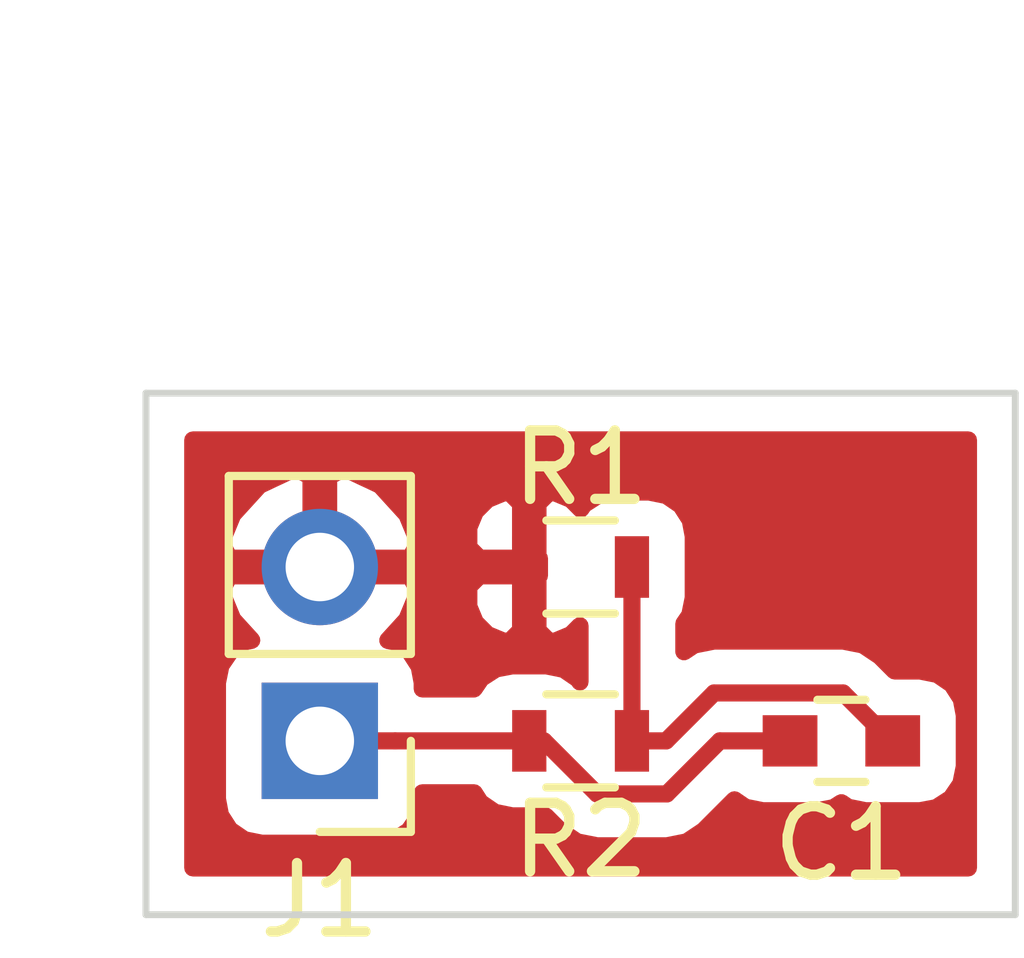
<source format=kicad_pcb>
(kicad_pcb (version 4) (host pcbnew 4.0.7+dfsg1-1)

  (general
    (links 5)
    (no_connects 0)
    (area 139.649999 101.549999 152.450001 109.270001)
    (thickness 1.6)
    (drawings 5)
    (tracks 14)
    (zones 0)
    (modules 4)
    (nets 4)
  )

  (page A4)
  (layers
    (0 F.Cu signal)
    (31 B.Cu signal)
    (32 B.Adhes user)
    (33 F.Adhes user)
    (34 B.Paste user)
    (35 F.Paste user)
    (36 B.SilkS user)
    (37 F.SilkS user)
    (38 B.Mask user)
    (39 F.Mask user)
    (40 Dwgs.User user)
    (41 Cmts.User user)
    (42 Eco1.User user)
    (43 Eco2.User user)
    (44 Edge.Cuts user)
    (45 Margin user)
    (46 B.CrtYd user)
    (47 F.CrtYd user)
    (48 B.Fab user)
    (49 F.Fab user)
  )

  (setup
    (last_trace_width 0.25)
    (trace_clearance 0.2)
    (zone_clearance 0.508)
    (zone_45_only no)
    (trace_min 0.2)
    (segment_width 0.2)
    (edge_width 0.2)
    (via_size 0.6)
    (via_drill 0.4)
    (via_min_size 0.4)
    (via_min_drill 0.3)
    (uvia_size 0.3)
    (uvia_drill 0.1)
    (uvias_allowed no)
    (uvia_min_size 0.2)
    (uvia_min_drill 0.1)
    (pcb_text_width 0.3)
    (pcb_text_size 1.5 1.5)
    (mod_edge_width 0.15)
    (mod_text_size 1 1)
    (mod_text_width 0.15)
    (pad_size 1.524 1.524)
    (pad_drill 0.762)
    (pad_to_mask_clearance 0.2)
    (aux_axis_origin 0 0)
    (visible_elements FFFFFF7F)
    (pcbplotparams
      (layerselection 0x00030_80000001)
      (usegerberextensions false)
      (excludeedgelayer true)
      (linewidth 0.100000)
      (plotframeref false)
      (viasonmask false)
      (mode 1)
      (useauxorigin false)
      (hpglpennumber 1)
      (hpglpenspeed 20)
      (hpglpendiameter 15)
      (hpglpenoverlay 2)
      (psnegative false)
      (psa4output false)
      (plotreference true)
      (plotvalue true)
      (plotinvisibletext false)
      (padsonsilk false)
      (subtractmaskfromsilk false)
      (outputformat 1)
      (mirror false)
      (drillshape 1)
      (scaleselection 1)
      (outputdirectory ""))
  )

  (net 0 "")
  (net 1 "Net-(C1-Pad1)")
  (net 2 "Net-(J1-Pad2)")
  (net 3 GND)

  (net_class Default "This is the default net class."
    (clearance 0.2)
    (trace_width 0.25)
    (via_dia 0.6)
    (via_drill 0.4)
    (uvia_dia 0.3)
    (uvia_drill 0.1)
    (add_net GND)
    (add_net "Net-(C1-Pad1)")
    (add_net "Net-(J1-Pad2)")
  )

  (module Capacitors_SMD:C_0603 (layer F.Cu) (tedit 59958EE7) (tstamp 5A29152D)
    (at 149.86 106.68 180)
    (descr "Capacitor SMD 0603, reflow soldering, AVX (see smccp.pdf)")
    (tags "capacitor 0603")
    (path /5A2915AE)
    (attr smd)
    (fp_text reference C1 (at 0 -1.5 180) (layer F.SilkS)
      (effects (font (size 1 1) (thickness 0.15)))
    )
    (fp_text value C (at 0 1.5 180) (layer F.Fab)
      (effects (font (size 1 1) (thickness 0.15)))
    )
    (fp_line (start 1.4 0.65) (end -1.4 0.65) (layer F.CrtYd) (width 0.05))
    (fp_line (start 1.4 0.65) (end 1.4 -0.65) (layer F.CrtYd) (width 0.05))
    (fp_line (start -1.4 -0.65) (end -1.4 0.65) (layer F.CrtYd) (width 0.05))
    (fp_line (start -1.4 -0.65) (end 1.4 -0.65) (layer F.CrtYd) (width 0.05))
    (fp_line (start 0.35 0.6) (end -0.35 0.6) (layer F.SilkS) (width 0.12))
    (fp_line (start -0.35 -0.6) (end 0.35 -0.6) (layer F.SilkS) (width 0.12))
    (fp_line (start -0.8 -0.4) (end 0.8 -0.4) (layer F.Fab) (width 0.1))
    (fp_line (start 0.8 -0.4) (end 0.8 0.4) (layer F.Fab) (width 0.1))
    (fp_line (start 0.8 0.4) (end -0.8 0.4) (layer F.Fab) (width 0.1))
    (fp_line (start -0.8 0.4) (end -0.8 -0.4) (layer F.Fab) (width 0.1))
    (fp_text user %R (at 0 0 180) (layer F.Fab)
      (effects (font (size 0.3 0.3) (thickness 0.075)))
    )
    (pad 2 smd rect (at 0.75 0 180) (size 0.8 0.75) (layers F.Cu F.Paste F.Mask)
      (net 3 GND))
    (pad 1 smd rect (at -0.75 0 180) (size 0.8 0.75) (layers F.Cu F.Paste F.Mask)
      (net 1 "Net-(C1-Pad1)"))
    (model Capacitors_SMD.3dshapes/C_0603.wrl
      (at (xyz 0 0 0))
      (scale (xyz 1 1 1))
      (rotate (xyz 0 0 0))
    )
  )

  (module Pin_Headers:Pin_Header_Straight_1x02_Pitch2.54mm (layer F.Cu) (tedit 59650532) (tstamp 5A291533)
    (at 142.24 106.68 180)
    (descr "Through hole straight pin header, 1x02, 2.54mm pitch, single row")
    (tags "Through hole pin header THT 1x02 2.54mm single row")
    (path /5A2914CA)
    (fp_text reference J1 (at 0 -2.33 180) (layer F.SilkS)
      (effects (font (size 1 1) (thickness 0.15)))
    )
    (fp_text value Conn_01x02 (at 0 4.87 180) (layer F.Fab)
      (effects (font (size 1 1) (thickness 0.15)))
    )
    (fp_line (start -0.635 -1.27) (end 1.27 -1.27) (layer F.Fab) (width 0.1))
    (fp_line (start 1.27 -1.27) (end 1.27 3.81) (layer F.Fab) (width 0.1))
    (fp_line (start 1.27 3.81) (end -1.27 3.81) (layer F.Fab) (width 0.1))
    (fp_line (start -1.27 3.81) (end -1.27 -0.635) (layer F.Fab) (width 0.1))
    (fp_line (start -1.27 -0.635) (end -0.635 -1.27) (layer F.Fab) (width 0.1))
    (fp_line (start -1.33 3.87) (end 1.33 3.87) (layer F.SilkS) (width 0.12))
    (fp_line (start -1.33 1.27) (end -1.33 3.87) (layer F.SilkS) (width 0.12))
    (fp_line (start 1.33 1.27) (end 1.33 3.87) (layer F.SilkS) (width 0.12))
    (fp_line (start -1.33 1.27) (end 1.33 1.27) (layer F.SilkS) (width 0.12))
    (fp_line (start -1.33 0) (end -1.33 -1.33) (layer F.SilkS) (width 0.12))
    (fp_line (start -1.33 -1.33) (end 0 -1.33) (layer F.SilkS) (width 0.12))
    (fp_line (start -1.8 -1.8) (end -1.8 4.35) (layer F.CrtYd) (width 0.05))
    (fp_line (start -1.8 4.35) (end 1.8 4.35) (layer F.CrtYd) (width 0.05))
    (fp_line (start 1.8 4.35) (end 1.8 -1.8) (layer F.CrtYd) (width 0.05))
    (fp_line (start 1.8 -1.8) (end -1.8 -1.8) (layer F.CrtYd) (width 0.05))
    (fp_text user %R (at 0 1.27 270) (layer F.Fab)
      (effects (font (size 1 1) (thickness 0.15)))
    )
    (pad 1 thru_hole rect (at 0 0 180) (size 1.7 1.7) (drill 1) (layers *.Cu *.Mask)
      (net 3 GND))
    (pad 2 thru_hole oval (at 0 2.54 180) (size 1.7 1.7) (drill 1) (layers *.Cu *.Mask)
      (net 2 "Net-(J1-Pad2)"))
    (model ${KISYS3DMOD}/Pin_Headers.3dshapes/Pin_Header_Straight_1x02_Pitch2.54mm.wrl
      (at (xyz 0 0 0))
      (scale (xyz 1 1 1))
      (rotate (xyz 0 0 0))
    )
  )

  (module Resistors_SMD:R_0603 (layer F.Cu) (tedit 58E0A804) (tstamp 5A291539)
    (at 146.05 104.14)
    (descr "Resistor SMD 0603, reflow soldering, Vishay (see dcrcw.pdf)")
    (tags "resistor 0603")
    (path /5A29147F)
    (attr smd)
    (fp_text reference R1 (at 0 -1.45) (layer F.SilkS)
      (effects (font (size 1 1) (thickness 0.15)))
    )
    (fp_text value R (at 0 1.5) (layer F.Fab)
      (effects (font (size 1 1) (thickness 0.15)))
    )
    (fp_text user %R (at 0 0) (layer F.Fab)
      (effects (font (size 0.4 0.4) (thickness 0.075)))
    )
    (fp_line (start -0.8 0.4) (end -0.8 -0.4) (layer F.Fab) (width 0.1))
    (fp_line (start 0.8 0.4) (end -0.8 0.4) (layer F.Fab) (width 0.1))
    (fp_line (start 0.8 -0.4) (end 0.8 0.4) (layer F.Fab) (width 0.1))
    (fp_line (start -0.8 -0.4) (end 0.8 -0.4) (layer F.Fab) (width 0.1))
    (fp_line (start 0.5 0.68) (end -0.5 0.68) (layer F.SilkS) (width 0.12))
    (fp_line (start -0.5 -0.68) (end 0.5 -0.68) (layer F.SilkS) (width 0.12))
    (fp_line (start -1.25 -0.7) (end 1.25 -0.7) (layer F.CrtYd) (width 0.05))
    (fp_line (start -1.25 -0.7) (end -1.25 0.7) (layer F.CrtYd) (width 0.05))
    (fp_line (start 1.25 0.7) (end 1.25 -0.7) (layer F.CrtYd) (width 0.05))
    (fp_line (start 1.25 0.7) (end -1.25 0.7) (layer F.CrtYd) (width 0.05))
    (pad 1 smd rect (at -0.75 0) (size 0.5 0.9) (layers F.Cu F.Paste F.Mask)
      (net 2 "Net-(J1-Pad2)"))
    (pad 2 smd rect (at 0.75 0) (size 0.5 0.9) (layers F.Cu F.Paste F.Mask)
      (net 1 "Net-(C1-Pad1)"))
    (model ${KISYS3DMOD}/Resistors_SMD.3dshapes/R_0603.wrl
      (at (xyz 0 0 0))
      (scale (xyz 1 1 1))
      (rotate (xyz 0 0 0))
    )
  )

  (module Resistors_SMD:R_0603 (layer F.Cu) (tedit 58E0A804) (tstamp 5A29153F)
    (at 146.05 106.68 180)
    (descr "Resistor SMD 0603, reflow soldering, Vishay (see dcrcw.pdf)")
    (tags "resistor 0603")
    (path /5A29151D)
    (attr smd)
    (fp_text reference R2 (at 0 -1.45 180) (layer F.SilkS)
      (effects (font (size 1 1) (thickness 0.15)))
    )
    (fp_text value R (at 0 1.5 180) (layer F.Fab)
      (effects (font (size 1 1) (thickness 0.15)))
    )
    (fp_text user %R (at 0 0 180) (layer F.Fab)
      (effects (font (size 0.4 0.4) (thickness 0.075)))
    )
    (fp_line (start -0.8 0.4) (end -0.8 -0.4) (layer F.Fab) (width 0.1))
    (fp_line (start 0.8 0.4) (end -0.8 0.4) (layer F.Fab) (width 0.1))
    (fp_line (start 0.8 -0.4) (end 0.8 0.4) (layer F.Fab) (width 0.1))
    (fp_line (start -0.8 -0.4) (end 0.8 -0.4) (layer F.Fab) (width 0.1))
    (fp_line (start 0.5 0.68) (end -0.5 0.68) (layer F.SilkS) (width 0.12))
    (fp_line (start -0.5 -0.68) (end 0.5 -0.68) (layer F.SilkS) (width 0.12))
    (fp_line (start -1.25 -0.7) (end 1.25 -0.7) (layer F.CrtYd) (width 0.05))
    (fp_line (start -1.25 -0.7) (end -1.25 0.7) (layer F.CrtYd) (width 0.05))
    (fp_line (start 1.25 0.7) (end 1.25 -0.7) (layer F.CrtYd) (width 0.05))
    (fp_line (start 1.25 0.7) (end -1.25 0.7) (layer F.CrtYd) (width 0.05))
    (pad 1 smd rect (at -0.75 0 180) (size 0.5 0.9) (layers F.Cu F.Paste F.Mask)
      (net 1 "Net-(C1-Pad1)"))
    (pad 2 smd rect (at 0.75 0 180) (size 0.5 0.9) (layers F.Cu F.Paste F.Mask)
      (net 3 GND))
    (model ${KISYS3DMOD}/Resistors_SMD.3dshapes/R_0603.wrl
      (at (xyz 0 0 0))
      (scale (xyz 1 1 1))
      (rotate (xyz 0 0 0))
    )
  )

  (dimension 12.7 (width 0.3) (layer Dwgs.User)
    (gr_text "12,700 mm" (at 146.05 97.71) (layer Dwgs.User)
      (effects (font (size 1.5 1.5) (thickness 0.3)))
    )
    (feature1 (pts (xy 152.4 101.6) (xy 152.4 96.36)))
    (feature2 (pts (xy 139.7 101.6) (xy 139.7 96.36)))
    (crossbar (pts (xy 139.7 99.06) (xy 152.4 99.06)))
    (arrow1a (pts (xy 152.4 99.06) (xy 151.273496 99.646421)))
    (arrow1b (pts (xy 152.4 99.06) (xy 151.273496 98.473579)))
    (arrow2a (pts (xy 139.7 99.06) (xy 140.826504 99.646421)))
    (arrow2b (pts (xy 139.7 99.06) (xy 140.826504 98.473579)))
  )
  (gr_line (start 139.7 109.22) (end 139.7 101.6) (layer Edge.Cuts) (width 0.1))
  (gr_line (start 152.4 109.22) (end 139.7 109.22) (layer Edge.Cuts) (width 0.1))
  (gr_line (start 152.4 101.6) (end 152.4 109.22) (layer Edge.Cuts) (width 0.1))
  (gr_line (start 139.7 101.6) (end 152.4 101.6) (layer Edge.Cuts) (width 0.1))

  (segment (start 150.61 106.68) (end 150.585 106.68) (width 0.25) (layer F.Cu) (net 1))
  (segment (start 150.585 106.68) (end 149.884999 105.979999) (width 0.25) (layer F.Cu) (net 1))
  (segment (start 147.3 106.68) (end 146.8 106.68) (width 0.25) (layer F.Cu) (net 1))
  (segment (start 149.884999 105.979999) (end 148.000001 105.979999) (width 0.25) (layer F.Cu) (net 1))
  (segment (start 148.000001 105.979999) (end 147.3 106.68) (width 0.25) (layer F.Cu) (net 1))
  (segment (start 146.8 106.68) (end 146.8 106.48) (width 0.25) (layer F.Cu) (net 1))
  (segment (start 146.8 106.48) (end 146.8 104.14) (width 0.25) (layer F.Cu) (net 1))
  (segment (start 142.24 104.14) (end 145.3 104.14) (width 0.25) (layer F.Cu) (net 2))
  (segment (start 149.11 106.68) (end 148.085002 106.68) (width 0.25) (layer F.Cu) (net 3))
  (segment (start 148.085002 106.68) (end 147.310001 107.455001) (width 0.25) (layer F.Cu) (net 3))
  (segment (start 147.310001 107.455001) (end 146.289999 107.455001) (width 0.25) (layer F.Cu) (net 3))
  (segment (start 146.289999 107.455001) (end 145.514998 106.68) (width 0.25) (layer F.Cu) (net 3))
  (segment (start 145.514998 106.68) (end 143.34 106.68) (width 0.25) (layer F.Cu) (net 3))
  (segment (start 143.34 106.68) (end 142.24 106.68) (width 0.25) (layer F.Cu) (net 3))

  (zone (net 2) (net_name "Net-(J1-Pad2)") (layer F.Cu) (tstamp 0) (hatch edge 0.508)
    (connect_pads (clearance 0.508))
    (min_thickness 0.254)
    (fill yes (arc_segments 16) (thermal_gap 0.508) (thermal_bridge_width 0.508))
    (polygon
      (pts
        (xy 152.4 101.6) (xy 139.7 101.6) (xy 139.7 109.22) (xy 152.4 109.22)
      )
    )
    (filled_polygon
      (pts
        (xy 151.715 108.535) (xy 140.385 108.535) (xy 140.385 105.83) (xy 140.74256 105.83) (xy 140.74256 107.53)
        (xy 140.786838 107.765317) (xy 140.92591 107.981441) (xy 141.13811 108.126431) (xy 141.39 108.17744) (xy 143.09 108.17744)
        (xy 143.325317 108.133162) (xy 143.541441 107.99409) (xy 143.686431 107.78189) (xy 143.73744 107.53) (xy 143.73744 107.44)
        (xy 144.494895 107.44) (xy 144.58591 107.581441) (xy 144.79811 107.726431) (xy 145.05 107.77744) (xy 145.537636 107.77744)
        (xy 145.752598 107.992402) (xy 145.99916 108.157149) (xy 146.289999 108.215001) (xy 147.310001 108.215001) (xy 147.60084 108.157149)
        (xy 147.847402 107.992402) (xy 148.297864 107.54194) (xy 148.45811 107.651431) (xy 148.71 107.70244) (xy 149.51 107.70244)
        (xy 149.745317 107.658162) (xy 149.859978 107.58438) (xy 149.95811 107.651431) (xy 150.21 107.70244) (xy 151.01 107.70244)
        (xy 151.245317 107.658162) (xy 151.461441 107.51909) (xy 151.606431 107.30689) (xy 151.65744 107.055) (xy 151.65744 106.305)
        (xy 151.613162 106.069683) (xy 151.47409 105.853559) (xy 151.26189 105.708569) (xy 151.01 105.65756) (xy 150.637362 105.65756)
        (xy 150.4224 105.442598) (xy 150.175838 105.277851) (xy 149.884999 105.219999) (xy 148.000001 105.219999) (xy 147.709162 105.277851)
        (xy 147.56 105.377518) (xy 147.56 104.968386) (xy 147.646431 104.84189) (xy 147.69744 104.59) (xy 147.69744 103.69)
        (xy 147.653162 103.454683) (xy 147.51409 103.238559) (xy 147.30189 103.093569) (xy 147.05 103.04256) (xy 146.55 103.04256)
        (xy 146.314683 103.086838) (xy 146.098559 103.22591) (xy 146.052031 103.294006) (xy 145.909698 103.151673) (xy 145.676309 103.055)
        (xy 145.58375 103.055) (xy 145.425 103.21375) (xy 145.425 104.013) (xy 145.447 104.013) (xy 145.447 104.267)
        (xy 145.425 104.267) (xy 145.425 105.06625) (xy 145.58375 105.225) (xy 145.676309 105.225) (xy 145.909698 105.128327)
        (xy 146.04 104.998026) (xy 146.04 105.818824) (xy 146.01409 105.778559) (xy 145.80189 105.633569) (xy 145.55 105.58256)
        (xy 145.05 105.58256) (xy 144.814683 105.626838) (xy 144.598559 105.76591) (xy 144.493274 105.92) (xy 143.73744 105.92)
        (xy 143.73744 105.83) (xy 143.693162 105.594683) (xy 143.55409 105.378559) (xy 143.34189 105.233569) (xy 143.233893 105.211699)
        (xy 143.511645 104.906924) (xy 143.681476 104.49689) (xy 143.643933 104.42575) (xy 144.415 104.42575) (xy 144.415 104.71631)
        (xy 144.511673 104.949699) (xy 144.690302 105.128327) (xy 144.923691 105.225) (xy 145.01625 105.225) (xy 145.175 105.06625)
        (xy 145.175 104.267) (xy 144.57375 104.267) (xy 144.415 104.42575) (xy 143.643933 104.42575) (xy 143.560155 104.267)
        (xy 142.367 104.267) (xy 142.367 104.287) (xy 142.113 104.287) (xy 142.113 104.267) (xy 140.919845 104.267)
        (xy 140.798524 104.49689) (xy 140.968355 104.906924) (xy 141.244501 105.209937) (xy 141.154683 105.226838) (xy 140.938559 105.36591)
        (xy 140.793569 105.57811) (xy 140.74256 105.83) (xy 140.385 105.83) (xy 140.385 103.78311) (xy 140.798524 103.78311)
        (xy 140.919845 104.013) (xy 142.113 104.013) (xy 142.113 102.819181) (xy 142.367 102.819181) (xy 142.367 104.013)
        (xy 143.560155 104.013) (xy 143.681476 103.78311) (xy 143.590595 103.56369) (xy 144.415 103.56369) (xy 144.415 103.85425)
        (xy 144.57375 104.013) (xy 145.175 104.013) (xy 145.175 103.21375) (xy 145.01625 103.055) (xy 144.923691 103.055)
        (xy 144.690302 103.151673) (xy 144.511673 103.330301) (xy 144.415 103.56369) (xy 143.590595 103.56369) (xy 143.511645 103.373076)
        (xy 143.121358 102.944817) (xy 142.596892 102.698514) (xy 142.367 102.819181) (xy 142.113 102.819181) (xy 141.883108 102.698514)
        (xy 141.358642 102.944817) (xy 140.968355 103.373076) (xy 140.798524 103.78311) (xy 140.385 103.78311) (xy 140.385 102.285)
        (xy 151.715 102.285)
      )
    )
  )
)

</source>
